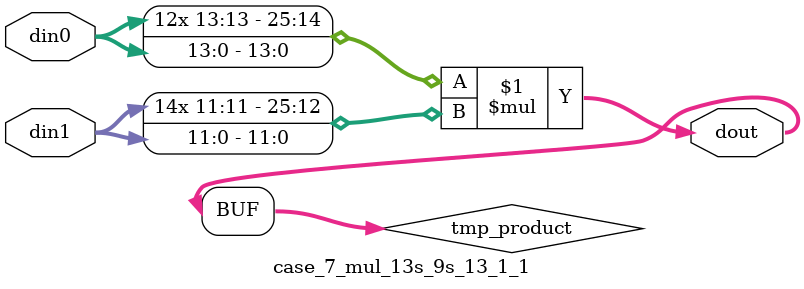
<source format=v>

`timescale 1 ns / 1 ps

 module case_7_mul_13s_9s_13_1_1(din0, din1, dout);
parameter ID = 1;
parameter NUM_STAGE = 0;
parameter din0_WIDTH = 14;
parameter din1_WIDTH = 12;
parameter dout_WIDTH = 26;

input [din0_WIDTH - 1 : 0] din0; 
input [din1_WIDTH - 1 : 0] din1; 
output [dout_WIDTH - 1 : 0] dout;

wire signed [dout_WIDTH - 1 : 0] tmp_product;



























assign tmp_product = $signed(din0) * $signed(din1);








assign dout = tmp_product;





















endmodule

</source>
